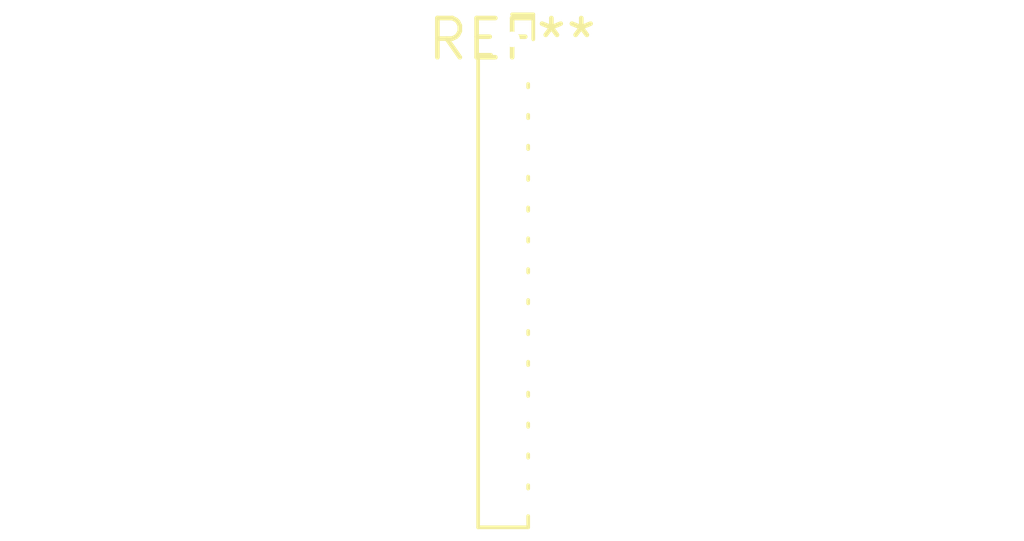
<source format=kicad_pcb>
(kicad_pcb (version 20240108) (generator pcbnew)
  (layers (0 "F.Cu" signal) (31 "B.Cu" signal) (34 "B.Paste" user) (35 "F.Paste" user) (36 "B.SilkS" user "B.Silkscreen") (37 "F.SilkS" user "F.Silkscreen") (38 "B.Mask" user) (39 "F.Mask" user) (44 "Edge.Cuts" user))
  (net 0 "")
  (footprint "PinSocket_1x16_P1.00mm_Vertical" (layer "F.Cu") (at 0 0)
    (property "Reference" "REF**")
    (property "Value" "PinSocket_1x16_P1.00mm_Vertical")
    (fp_line (start -1.1 0.5) (end -1.1 15.81) (layer "F.SilkS") (stroke (width 0.12)))
    (fp_line (start -1.1 0.5) (end -0.685 0.5) (layer "F.SilkS") (stroke (width 0.12)))
    (fp_line (start -1.1 15.81) (end 0.52 15.81) (layer "F.SilkS") (stroke (width 0.12)))
    (fp_line (start 0 -0.81) (end 0.685 -0.81) (layer "F.SilkS") (stroke (width 0.12)))
    (fp_line (start 0.52 1.445898) (end 0.52 1.554102) (layer "F.SilkS") (stroke (width 0.12)))
    (fp_line (start 0.52 2.445898) (end 0.52 2.554102) (layer "F.SilkS") (stroke (width 0.12)))
    (fp_line (start 0.52 3.445898) (end 0.52 3.554102) (layer "F.SilkS") (stroke (width 0.12)))
    (fp_line (start 0.52 4.445898) (end 0.52 4.554102) (layer "F.SilkS") (stroke (width 0.12)))
    (fp_line (start 0.52 5.445898) (end 0.52 5.554102) (layer "F.SilkS") (stroke (width 0.12)))
    (fp_line (start 0.52 6.445898) (end 0.52 6.554102) (layer "F.SilkS") (stroke (width 0.12)))
    (fp_line (start 0.52 7.445898) (end 0.52 7.554102) (layer "F.SilkS") (stroke (width 0.12)))
    (fp_line (start 0.52 8.445898) (end 0.52 8.554102) (layer "F.SilkS") (stroke (width 0.12)))
    (fp_line (start 0.52 9.445898) (end 0.52 9.554102) (layer "F.SilkS") (stroke (width 0.12)))
    (fp_line (start 0.52 10.445898) (end 0.52 10.554102) (layer "F.SilkS") (stroke (width 0.12)))
    (fp_line (start 0.52 11.445898) (end 0.52 11.554102) (layer "F.SilkS") (stroke (width 0.12)))
    (fp_line (start 0.52 12.445898) (end 0.52 12.554102) (layer "F.SilkS") (stroke (width 0.12)))
    (fp_line (start 0.52 13.445898) (end 0.52 13.554102) (layer "F.SilkS") (stroke (width 0.12)))
    (fp_line (start 0.52 14.445898) (end 0.52 14.554102) (layer "F.SilkS") (stroke (width 0.12)))
    (fp_line (start 0.52 15.445898) (end 0.52 15.81) (layer "F.SilkS") (stroke (width 0.12)))
    (fp_line (start 0.685 -0.81) (end 0.685 0) (layer "F.SilkS") (stroke (width 0.12)))
    (pad "1" thru_hole rect (at 0 0) (size 0.85 0.85) (drill 0.5) (layers *.Cu *.Mask) (remove_unused_layers))
    (pad "2" thru_hole oval (at 0 1) (size 0.85 0.85) (drill 0.5) (layers *.Cu *.Mask) (remove_unused_layers))
    (pad "3" thru_hole oval (at 0 2) (size 0.85 0.85) (drill 0.5) (layers *.Cu *.Mask) (remove_unused_layers))
    (pad "4" thru_hole oval (at 0 3) (size 0.85 0.85) (drill 0.5) (layers *.Cu *.Mask) (remove_unused_layers))
    (pad "5" thru_hole oval (at 0 4) (size 0.85 0.85) (drill 0.5) (layers *.Cu *.Mask) (remove_unused_layers))
    (pad "6" thru_hole oval (at 0 5) (size 0.85 0.85) (drill 0.5) (layers *.Cu *.Mask) (remove_unused_layers))
    (pad "7" thru_hole oval (at 0 6) (size 0.85 0.85) (drill 0.5) (layers *.Cu *.Mask) (remove_unused_layers))
    (pad "8" thru_hole oval (at 0 7) (size 0.85 0.85) (drill 0.5) (layers *.Cu *.Mask) (remove_unused_layers))
    (pad "9" thru_hole oval (at 0 8) (size 0.85 0.85) (drill 0.5) (layers *.Cu *.Mask) (remove_unused_layers))
    (pad "10" thru_hole oval (at 0 9) (size 0.85 0.85) (drill 0.5) (layers *.Cu *.Mask) (remove_unused_layers))
    (pad "11" thru_hole oval (at 0 10) (size 0.85 0.85) (drill 0.5) (layers *.Cu *.Mask) (remove_unused_layers))
    (pad "12" thru_hole oval (at 0 11) (size 0.85 0.85) (drill 0.5) (layers *.Cu *.Mask) (remove_unused_layers))
    (pad "13" thru_hole oval (at 0 12) (size 0.85 0.85) (drill 0.5) (layers *.Cu *.Mask) (remove_unused_layers))
    (pad "14" thru_hole oval (at 0 13) (size 0.85 0.85) (drill 0.5) (layers *.Cu *.Mask) (remove_unused_layers))
    (pad "15" thru_hole oval (at 0 14) (size 0.85 0.85) (drill 0.5) (layers *.Cu *.Mask) (remove_unused_layers))
    (pad "16" thru_hole oval (at 0 15) (size 0.85 0.85) (drill 0.5) (layers *.Cu *.Mask) (remove_unused_layers))
  )
)
</source>
